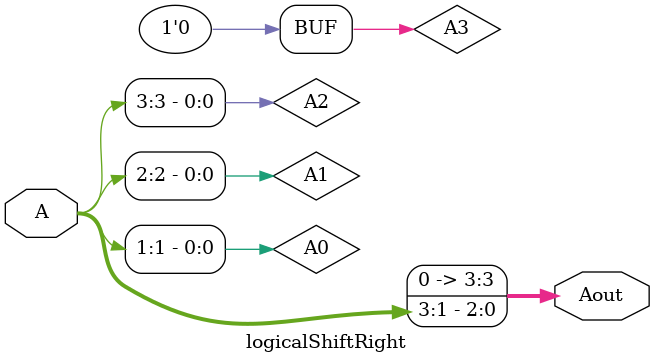
<source format=v>
module ALU(input [3:0] aluin_a, aluin_b, OPCODE, input Cin, output reg[3:0] alu_out, output reg Cout, OF);
	//declarations
	reg [3:0] A, B, twosCompB;
	reg addCin;
	wire [3:0] Sum, Diff, AShift;
	wire inCout, inOF;
	
	
	//module references
	FA4 fa4(A, B, addCin, Sum, inCout, inOF);
	Rsub4 rs4(A, B, Diff, inCout, inOF);
	logicalShiftRight LSR(A, AShift);
	
	always @ (*) begin
		case(OPCODE)
			4'b0001: begin //Add w/ Cin
				//inputs
				A = aluin_a;
				B = aluin_b;
				addCin = Cin;
				//outputs
				alu_out = Sum; 
				Cout = inCout;
				OF = inOF;
			end
			4'b0010: begin //Add no Cin
				A = aluin_a;
				B = aluin_b;
				addCin = 1'b0;
				
				alu_out = Sum; 
				Cout = inCout;
				OF = inOF; 
			end
			4'b0011: begin //Sub B from A
				A = aluin_a;
				B = aluin_b;
				
				alu_out = Diff;
				Cout = inCout;
				OF = inOF;
			end
			4'b0100: begin //Bitwise AND A, B
				A = aluin_a;
				B = aluin_b;
				
				alu_out = A & B;
				Cout = 1'b0;
				OF = 1'b0;
			end
			4'b0101: begin //Bitwise NOR A, B
				A = aluin_a;
				B = aluin_b;
				
				alu_out = ~(A | B);
				Cout = 1'b0;
				OF = 1'b0;
			end
			4'b0110: begin //Bitwise XNOR A, B
				A = aluin_a;
				B = aluin_b;
				
				alu_out = ~(A ^ B);
				Cout = 1'b0;
				OF = 1'b0;
			end
			4'b0111: begin //Bitwise NOT ALU
				A = aluin_a;
	
				alu_out = ~A;
				Cout = 1'b0;
				OF = 1'b0;
			end
			4'b1000: begin //Logical Shift Right for A
				A = aluin_a;
				
				alu_out = AShift;
				Cout = 1'b0;
				OF = 1'b0;
			end
			default: begin 
				alu_out = 4'b0;
				Cout = 1'b0;
				OF = 1'b0;
			end
		endcase
	end
endmodule

module HA(input A, B, output Sum, Cout);
	assign Sum = A^B;
	assign Cout = A&B;
endmodule //HA

module FA(input A, B, Cin, output Sum, Cout);
	wire sum1, cout1, cout2;
	HA ha1 (A, B, sum1, cout1);
	HA ha2 (sum1, Cin, Sum, cout2);

	assign Cout = cout1 | cout2;
endmodule //FA

module FA4(input [3:0] A, B, input Cin, output [3:0] Sum, output Cout, OF);

	wire C1, C2, C3;
	FA fa1(A[0], B[0], Cin, Sum[0], C1);
	FA fa2(A[1], B[1], C1, Sum[1], C2);
	FA fa3(A[2], B[2], C2, Sum[2], C3);
	FA fa4(A[3], B[3], C3, Sum[3], Cout);

	assign OF = C3 ^ Cout;

endmodule //Ripple Adder 4 bit

module twosComp(input [3:0] inVal, output [3:0] twosC);
	wire [3:0] oneComp;
	assign oneComp = inVal ^ 4'b1111; //a more fundamental invert :p
	reg [3:0] plusOne = 1'b1; //consistent +1 for twos
	//empty wires to feed into ripple adder
	wire Cin = 1'b0;
	wire Cout, OF;
	//4 bit ripple adder
	FA4 rA2C(OneComp, plusOne, Cin, twosC, Cout, OF); //add onesComp + 1 to output Twos Comp to output 
	
endmodule

module Rsub4(input [3:0] A, B, output [3:0] diff, Cout, OF);
	wire [3:0] twosCompB; //the twos comp of B
	twosComp twC(B, twosCompB); //getting the twos comp
	wire Cin = 1'b0; //empty
	
	FA4 raSub(A, twosCompB, Cin, diff, Cout, OF); //Adding but with a negative number (subtracting hmm)
endmodule

module logicalShiftRight(input [3:0] A, output [3:0] Aout);
	wire A0, A1, A2, A3;
	
	assign A0 = A[1];
	assign A1 = A[2];
	assign A2 = A[3];
	assign A3 = 1'b0;

	assign Aout[3] = A3;
	assign Aout[2] = A2;
	assign Aout[1] = A1;
	assign Aout[0] = A0;
	
endmodule
</source>
